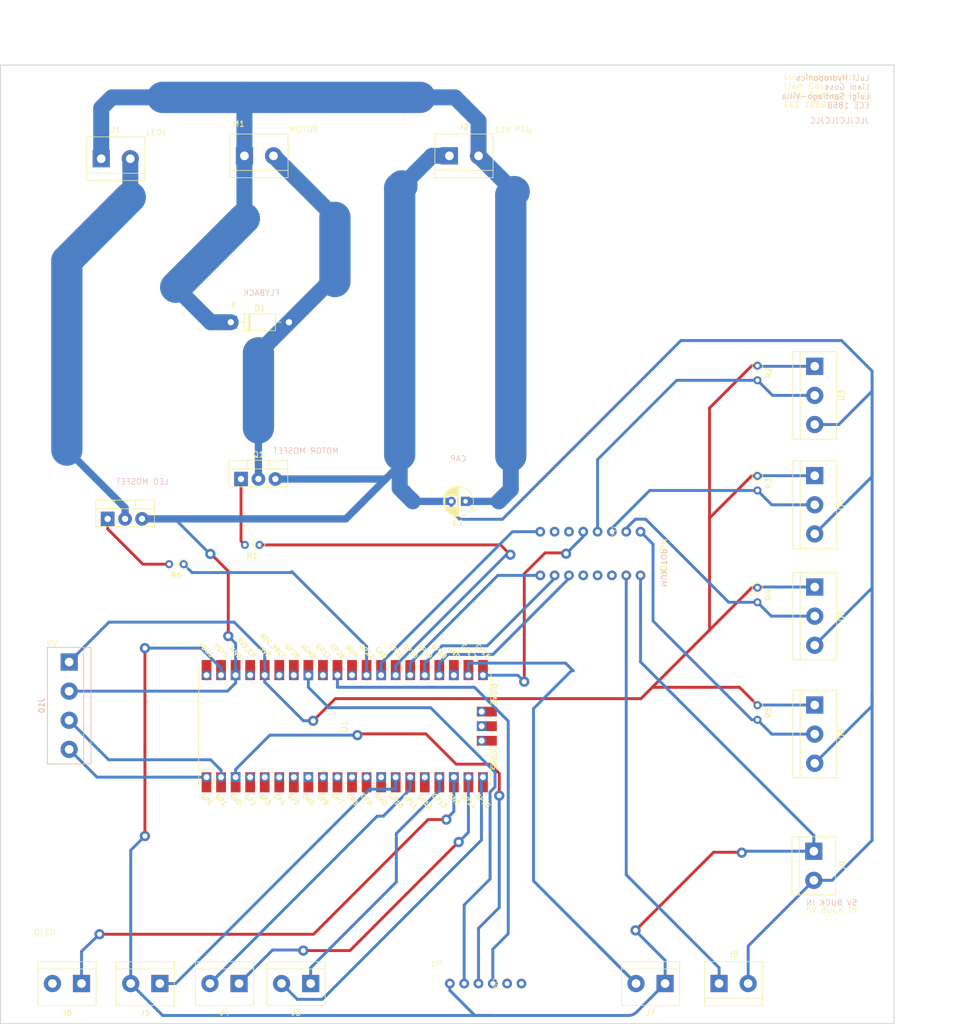
<source format=kicad_pcb>
(kicad_pcb (version 20240108) (generator "pcbnew") (generator_version "8.0")
  (layers (0 "F.Cu" signal) (31 "B.Cu" signal) (34 "B.Paste" user) (35 "F.Paste" user) (36 "B.SilkS" user "B.Silkscreen") (37 "F.SilkS" user "F.Silkscreen") (38 "B.Mask" user) (39 "F.Mask" user) (44 "Edge.Cuts" user))
  (net 0 "")
  (net 1 "VCC")
  (net 2 "GND")
  (net 3 "Net-(D13-K)")
  (net 4 "Net-(J3-Pin_1)")
  (net 5 "Net-(J3-Pin_2)")
  (net 6 "Net-(J4-Pin_1)")
  (net 7 "Net-(J4-Pin_2)")
  (net 8 "Net-(J5-Pin_1)")
  (net 9 "Net-(J6-Pin_1)")
  (net 11 "Net-(Q1-G)")
  (net 12 "Net-(Q2-G)")
  (net 13 "Net-(U1-GPIO21)")
  (net 14 "Net-(U2-I0)")
  (net 15 "Net-(U2-I1)")
  (net 16 "Net-(U2-I2)")
  (net 17 "Net-(U2-I3)")
  (net 19 "Net-(U1-GPIO16)")
  (net 20 "Net-(U1-AGND)")
  (net 22 "Net-(U1-GPIO20)")
  (net 23 "Net-(U1-GPIO26_ADC0)")
  (net 28 "Net-(U1-GPIO18)")
  (net 31 "Net-(U1-GPIO19)")
  (net 33 "Net-(U1-GND-Pad3)")
  (net 38 "Net-(U2-GND)")
  (net 52 "Net-(J7-Pin_2)")
  (net 53 "Net-(J8-Pin_1)")
  (net 54 "Net-(J10-Pin_4)")
  (net 56 "/5V")
  (net 57 "/3V3")
  (net 59 "Net-(D1-A)")
  (net 60 "Net-(J10-Pin_3)")
  (net 61 "Net-(U1-GPIO22)")
  (footprint "Library:PH4502C_Footprint" (layer "F.Cu") (at 103.91 175.649998 -90)
    (property "Reference" "U9")
    (property "Value" "~")
  )
  (footprint "TerminalBlock:TerminalBlock_bornier-2_P5.08mm" (layer "F.Cu") (at 143.41 175.649998)
    (property "Reference" "J8")
    (property "Value" "Screw_Terminal_01x02")
  )
  (footprint "TerminalBlock:TerminalBlock_bornier-3_P5.08mm" (layer "F.Cu") (at 160.11 87.069998 -90)
    (property "Reference" "U4")
    (property "Value" "DHT11")
  )
  (footprint "TerminalBlock:TerminalBlock_bornier-2_P5.08mm" (layer "F.Cu") (at 72.11 175.649998 180)
    (property "Reference" "J3")
    (property "Value" "Screw_Terminal_01x02")
  )
  (footprint "Resistor_THT:R_Axial_DIN0204_L3.6mm_D1.6mm_P2.54mm_Vertical" (layer "F.Cu") (at 63.17 99.149998 180)
    (property "Reference" "R1")
    (property "Value" "1.0kΩ")
  )
  (footprint "TerminalBlock:TerminalBlock_bornier-2_P5.08mm" (layer "F.Cu") (at 45.775 175.649998 180)
    (property "Reference" "J5")
    (property "Value" "Screw_Terminal_01x02")
  )
  (footprint "TerminalBlock:TerminalBlock_bornier-2_P5.08mm" (layer "F.Cu") (at 35.545 31.784198)
    (property "Reference" "J1")
    (property "Value" "Screw_Terminal_01x02")
  )
  (footprint "Package_TO_SOT_THT:TO-220-3_Vertical" (layer "F.Cu") (at 60.45 87.649998)
    (property "Reference" "Q1")
    (property "Value" "IRLZ34N")
  )
  (footprint "TerminalBlock:TerminalBlock_bornier-3_P5.08mm" (layer "F.Cu") (at 160.11 127.069998 -90)
    (property "Reference" "U6")
    (property "Value" "DHT11" (hide yes))
  )
  (footprint "TerminalBlock:TerminalBlock_bornier-2_P5.08mm" (layer "F.Cu") (at 59.61 175.649998 180)
    (property "Reference" "J4")
    (property "Value" "Screw_Terminal_01x02")
  )
  (footprint "TerminalBlock:TerminalBlock_bornier-3_P5.08mm" (layer "F.Cu") (at 160.11 67.989998 -90)
    (property "Reference" "U3")
    (property "Value" "DHT11")
  )
  (footprint "TerminalBlock:TerminalBlock_bornier-2_P5.08mm" (layer "F.Cu") (at 96.335 31.284198)
    (property "Reference" "J2")
    (property "Value" "Screw_Terminal_01x02")
  )
  (footprint "Resistor_THT:R_Axial_DIN0204_L3.6mm_D1.6mm_P2.54mm_Vertical" (layer "F.Cu") (at 49.935 102.504198 180)
    (property "Reference" "R6")
    (property "Value" "1.0kΩ")
  )
  (footprint "MCU_RaspberryPi_and_Boards:RPi_Pico_SMD_TH" (layer "F.Cu") (at 78.06 130.759998 90)
    (property "Reference" "U1")
    (property "Value" "Pico")
  )
  (footprint "Resistor_THT:R_Axial_DIN0204_L3.6mm_D1.6mm_P2.54mm_Vertical" (layer "F.Cu") (at 150.11 87.109998 -90)
    (property "Reference" "R3")
    (property "Value" "4.7kΩ")
  )
  (footprint "TerminalBlock:TerminalBlock_bornier-2_P5.08mm" (layer "F.Cu") (at 133.99 175.649998 180)
    (property "Reference" "J7")
    (property "Value" "Screw_Terminal_01x02")
  )
  (footprint "Resistor_THT:R_Axial_DIN0204_L3.6mm_D1.6mm_P2.54mm_Vertical" (layer "F.Cu") (at 150.11 106.609998 -90)
    (property "Reference" "R4")
    (property "Value" "4.7kΩ")
  )
  (footprint "Resistor_THT:R_Axial_DIN0204_L3.6mm_D1.6mm_P2.54mm_Vertical" (layer "F.Cu") (at 150.11 127.109998 -90)
    (property "Reference" "R5")
    (property "Value" "4.7kΩ")
  )
  (footprint "74ls151_footy:74LS151" (layer "F.Cu") (at 124.7 96.839998 -90)
    (property "Reference" "U2")
    (property "Value" "74LS151")
  )
  (footprint "TerminalBlock:TerminalBlock_bornier-2_P5.08mm" (layer "F.Cu") (at 32.11 175.649998 180)
    (property "Reference" "J6")
    (property "Value" "Screw_Terminal_01x02")
  )
  (footprint "TerminalBlock:TerminalBlock_bornier-2_P5.08mm" (layer "F.Cu") (at 60.545 31.284198)
    (property "Reference" "M1")
    (property "Value" "Motor_DC")
  )
  (footprint "Package_TO_SOT_THT:TO-220-3_Vertical" (layer "F.Cu") (at 37.17 94.604198)
    (property "Reference" "Q2" (hide yes))
    (property "Value" "IRLZ34N")
  )
  (footprint "TerminalBlock:TerminalBlock_bornier-2_P5.08mm" (layer "F.Cu") (at 159.95 152.569998 -90)
    (property "Reference" "J9")
    (property "Value" "Screw_Terminal_01x02")
  )
  (footprint "Diode_THT:D_DO-41_SOD81_P10.16mm_Horizontal" (layer "F.Cu") (at 58.165 60.304198)
    (property "Reference" "D1")
    (property "Value" "1N4001")
  )
  (footprint "Resistor_THT:R_Axial_DIN0204_L3.6mm_D1.6mm_P2.54mm_Vertical" (layer "F.Cu") (at 150.11 67.889998 -90)
    (property "Reference" "R2")
    (property "Value" "4.7kΩ")
  )
  (footprint "Capacitor_THT:CP_Radial_D5.0mm_P2.50mm" (layer "F.Cu") (at 99.1551 91.549998 180)
    (property "Reference" "C1")
    (property "Value" "220µF")
  )
  (footprint "TerminalBlock:TerminalBlock_bornier-3_P5.08mm" (layer "F.Cu") (at 160.11 106.489998 -90)
    (property "Reference" "U5")
    (property "Value" "DHT11")
  )
  (footprint "TerminalBlock:TerminalBlock_bornier-4_P5.08mm" (layer "B.Cu") (at 29.95 119.569998 -90)
    (property "Reference" "J10")
    (property "Value" "Screw_Terminal_01x05")
  )
  (gr_rect (start 17.95 15.45) (end 173.95 182.65) (stroke (width 0.15)) (fill none) (layer "Edge.Cuts"))
  (gr_text "5V BUCK IN" (at 167.6 162.15 0) (layer "B.SilkS") (effects (font (size 1 1) (thickness 0.1)) (justify left bottom mirror)))
  (gr_text "LuLi Hydroponics\nLiam Goss\nLuigi Santiago-Villa\nECE 186B" (at 169.75 23.075 0) (layer "B.SilkS") (effects (font (size 1 1) (thickness 0.1)) (justify left bottom mirror)))
  (gr_text "MOTOR MOSFET" (at 77.075 83.325 0) (layer "B.SilkS") (effects (font (size 1 1) (thickness 0.1)) (justify left bottom mirror)))
  (gr_text "JLCJLCJLCJLC" (at 169.65 25.7 0) (layer "B.SilkS") (effects (font (size 1 1) (thickness 0.1)) (justify left bottom mirror)))
  (gr_text "FLYBACK" (at 66.75 55.75 0) (layer "B.SilkS") (effects (font (size 1 1) (thickness 0.1)) (justify left bottom mirror)))
  (gr_text "MUX TOP" (at 133.15 106.55 -90) (layer "B.SilkS") (effects (font (size 1 1) (thickness 0.1)) (justify left bottom mirror)))
  (gr_text "CAP" (at 99.375 84.675 0) (layer "B.SilkS") (effects (font (size 1 1) (thickness 0.1)) (justify left bottom mirror)))
  (gr_text "LED MOSFET" (at 47.375 88.7 0) (layer "B.SilkS") (effects (font (size 1 1) (thickness 0.1)) (justify left bottom mirror)))
  (gr_text "pH" (at 93.1 172.65 0) (layer "F.SilkS") (effects (font (size 1 1) (thickness 0.1)) (justify left bottom)))
  (gr_text "LEDs" (at 43.335 27.784198 0) (layer "F.SilkS") (effects (font (size 1 1) (thickness 0.1)) (justify left bottom)))
  (gr_text "OLED" (at 23.725 167.275 0) (layer "F.SilkS") (effects (font (size 1 1) (thickness 0.1)) (justify left bottom)))
  (gr_text "UV" (at 25.95 116.839998 0) (layer "F.SilkS") (effects (font (size 1 1) (thickness 0.1)) (justify left bottom)))
  (gr_text "MUX TOP" (at 133.075 97.925 -90) (layer "F.SilkS") (effects (font (size 1 1)) (justify left bottom)))
  (gr_text "MOTOR" (at 68.335 27.284198 0) (layer "F.SilkS") (effects (font (size 1 1) (thickness 0.1)) (justify left bottom)))
  (gr_text "5V BUCK IN" (at 158.55 163.4 0) (layer "F.SilkS") (effects (font (size 1 1) (thickness 0.1)) (justify left bottom)))
  (gr_text "LuLi Hydroponics\nLiam Goss\nLuigi Santiago-Villa\nECE 186B" (at 154.675 22.925 0) (layer "F.SilkS") (effects (font (size 1 1) (thickness 0.1)) (justify left bottom)))
  (gr_text "12V PSU" (at 104.125 27.284198 0) (layer "F.SilkS") (effects (font (size 1 1) (thickness 0.1)) (justify left bottom)))
  (segment (start 99.155 91.549998) (end 99.1551 91.549998) (width 1.27) (layer "B.Cu") (net 1))
  (segment (start 48.545 54.204198) (end 60.545 42.204198) (width 5.461) (layer "B.Cu") (net 1))
  (segment (start 107.05 83.655098) (end 107.05 38.119198) (width 5.461) (layer "B.Cu") (net 1))
  (segment (start 58.165 60.304198) (end 54.645 60.304198) (width 2.794) (layer "B.Cu") (net 1))
  (segment (start 101.415 31.284198) (end 101.415 25.194198) (width 2.794) (layer "B.Cu") (net 1))
  (segment (start 60.545 21.324198) (end 60.305 21.084198) (width 0.508) (layer "B.Cu") (net 1))
  (segment (start 35.545 22.944198) (end 35.545 31.784198) (width 2.794) (layer "B.Cu") (net 1))
  (segment (start 101.415 25.194198) (end 97.305 21.084198) (width 2.794) (layer "B.Cu") (net 1))
  (segment (start 104.95 91.549998) (end 107.05 89.449998) (width 2.794) (layer "B.Cu") (net 1))
  (segment (start 107.05 38.119198) (end 107.65 37.519198) (width 5.461) (layer "B.Cu") (net 1))
  (segment (start 91.215 21.084198) (end 88.505 21.084198) (width 2.794) (layer "B.Cu") (net 1))
  (segment (start 46.245 21.084198) (end 60.305 21.084198) (width 5.461) (layer "B.Cu") (net 1))
  (segment (start 101.415 31.284198) (end 101.415 31.874198) (width 1.27) (layer "B.Cu") (net 1))
  (segment (start 54.645 60.304198) (end 48.545 54.204198) (width 2.794) (layer "B.Cu") (net 1))
  (segment (start 46.245 21.084198) (end 37.805 21.084198) (width 2.794) (layer "B.Cu") (net 1))
  (segment (start 99.1551 91.549998) (end 104.95 91.549998) (width 1.27) (layer "B.Cu") (net 1))
  (segment (start 60.545 42.204198) (end 60.545 31.284198) (width 2.794) (layer "B.Cu") (net 1))
  (segment (start 107.05 89.449998) (end 107.05 83.655098) (width 2.794) (layer "B.Cu") (net 1))
  (segment (start 60.545 31.284198) (end 60.545 21.324198) (width 2.794) (layer "B.Cu") (net 1))
  (segment (start 60.305 21.084198) (end 88.505 21.084198) (width 5.461) (layer "B.Cu") (net 1))
  (segment (start 37.805 21.084198) (end 37.405 21.084198) (width 0.508) (layer "B.Cu") (net 1))
  (segment (start 97.305 21.084198) (end 91.215 21.084198) (width 2.794) (layer "B.Cu") (net 1))
  (segment (start 88.505 21.084198) (end 91.215 21.084198) (width 5.461) (layer "B.Cu") (net 1))
  (segment (start 37.405 21.084198) (end 35.545 22.944198) (width 2.794) (layer "B.Cu") (net 1))
  (segment (start 107.05 83.655098) (end 107.268 83.437398) (width 0.508) (layer "B.Cu") (net 1))
  (segment (start 101.415 31.284198) (end 107.65 37.519198) (width 2.794) (layer "B.Cu") (net 1))
  (segment (start 30.6243 123.976198) (end 29.95 124.650198) (width 0.508) (layer "F.Cu") (net 2))
  (segment (start 54.6 100.6) (end 54.85 100.85) (width 0.508) (layer "F.Cu") (net 2))
  (segment (start 57.725 103.725) (end 54.725 100.725) (width 0.508) (layer "F.Cu") (net 2))
  (segment (start 57.725 115.05) (end 57.725 103.725) (width 0.508) (layer "F.Cu") (net 2))
  (segment (start 54.725 100.725) (end 54.6 100.725) (width 0.508) (layer "F.Cu") (net 2))
  (segment (start 54.6 100.725) (end 54.6 100.6) (width 0.508) (layer "F.Cu") (net 2))
  (via (at 57.725 115.05) (size 1.778) (drill 0.889) (layers "F.Cu" "B.Cu") (net 2))
  (via (at 54.6 100.725) (size 1.778) (drill 0.889) (layers "F.Cu" "B.Cu") (net 2))
  (segment (start 87.65 36.919198) (end 88.045 36.524198) (width 5.461) (layer "B.Cu") (net 2))
  (segment (start 59.01 116.335) (end 57.725 115.05) (width 0.508) (layer "B.Cu") (net 2))
  (segment (start 65.53 87.649998) (end 85.2042 87.649998) (width 1.27) (layer "B.Cu") (net 2))
  (segment (start 59.01 121.869998) (end 59.01 116.335) (width 0.508) (layer "B.Cu") (net 2))
  (segment (start 96.6551 93.157998) (end 98.172102 94.675) (width 0.508) (layer "B.Cu") (net 2))
  (segment (start 78.25 94.604198) (end 85.2042 87.649998) (width 1.27) (layer "B.Cu") (net 2))
  (segment (start 170.125 106.634998) (end 170.125 106.6) (width 0.508) (layer "B.Cu") (net 2))
  (segment (start 170.125 72.325) (end 170.125 86.425) (width 0.508) (layer "B.Cu") (net 2))
  (segment (start 96.6551 91.549998) (end 96.6551 93.157998) (width 0.508) (layer "B.Cu") (net 2))
  (segment (start 98.172102 94.675) (end 105.574078 94.675) (width 0.508) (layer "B.Cu") (net 2))
  (segment (start 170.125 150.675) (end 163.150002 157.649998) (width 0.508) (layer "B.Cu") (net 2))
  (segment (start 170.125 87.214998) (end 170.125 86.425) (width 0.508) (layer "B.Cu") (net 2))
  (segment (start 105.574078 94.675) (end 136.75 63.499078) (width 0.508) (layer "B.Cu") (net 2))
  (segment (start 42.25 94.604198) (end 78.25 94.604198) (width 1.27) (layer "B.Cu") (net 2))
  (segment (start 170.125 125.325) (end 170.125 150.675) (width 0.508) (layer "B.Cu") (net 2))
  (segment (start 87.645 85.199198) (end 87.65 85.204198) (width 0.508) (layer "B.Cu") (net 2))
  (segment (start 160.11 78.149998) (end 164.300002 78.149998) (width 0.508) (layer "B.Cu") (net 2))
  (segment (start 57.588 124.649998) (end 29.95 124.649998) (width 0.508) (layer "B.Cu") (net 2))
  (segment (start 59.01 121.869998) (end 59.01 123.227998) (width 0.508) (layer "B.Cu") (net 2))
  (segment (start 89.95 91.549998) (end 96.655 91.549998) (width 1.27) (layer "B.Cu") (net 2))
  (segment (start 89.95 91.549998) (end 87.65 89.249998) (width 2.794) (layer "B.Cu") (net 2))
  (segment (start 93.285 31.284198) (end 88.045 36.524198) (width 2.794) (layer "B.Cu") (net 2))
  (segment (start 54.6 100.725) (end 54.525 100.725) (width 0.508) (layer "B.Cu") (net 2))
  (segment (start 148.49 175.650198) (end 148.49 175.649998) (width 0.508) (layer "B.Cu") (net 2))
  (segment (start 87.65 83.449998) (end 87.65 36.919198) (width 5.461) (layer "B.Cu") (net 2))
  (segment (start 170.125 86.425) (end 170.125 106.6) (width 0.508) (layer "B.Cu") (net 2))
  (segment (start 170.125 127.214998) (end 170.125 125.325) (width 0.508) (layer "B.Cu") (net 2))
  (segment (start 97.085 32.034198) (end 96.335 31.284198) (width 0.508) (layer "B.Cu") (net 2))
  (segment (start 148.49 169.109998) (end 159.95 157.649998) (width 0.508) (layer "B.Cu") (net 2))
  (segment (start 160.11 137.229998) (end 170.125 127.214998) (width 0.508) (layer "B.Cu") (net 2))
  (segment (start 87.65 89.249998) (end 87.65 85.204198) (width 2.794) (layer "B.Cu") (net 2))
  (segment (start 164.799078 63.499078) (end 165.525 64.225) (width 0.508) (layer "B.Cu") (net 2))
  (segment (start 165.525 64.225) (end 169.4375 68.1375) (width 0.508) (layer "B.Cu") (net 2))
  (segment (start 85.2042 87.649998) (end 87.65 85.204198) (width 1.27) (layer "B.Cu") (net 2))
  (segment (start 169.4375 68.1375) (end 170.125 68.825) (width 0.508) (layer "B.Cu") (net 2))
  (segment (start 163.150002 157.649998) (end 159.95 157.649998) (width 0.508) (layer "B.Cu") (net 2))
  (segment (start 164.300002 78.149998) (end 170.125 72.325) (width 0.508) (layer "B.Cu") (net 2))
  (segment (start 160.11 116.649998) (end 170.125 106.634998) (width 0.508) (layer "B.Cu") (net 2))
  (segment (start 42.25 94.604198) (end 50.2721 94.604198) (width 0.508) (layer "B.Cu") (net 2))
  (segment (start 59.01 123.227998) (end 57.588 124.649998) (width 0.508) (layer "B.Cu") (net 2))
  (segment (start 148.49 175.649998) (end 148.49 169.109998) (width 0.508) (layer "B.Cu") (net 2))
  (segment (start 136.75 63.499078) (end 164.799078 63.499078) (width 0.508) (layer "B.Cu") (net 2))
  (segment (start 170.125 106.6) (end 170.125 125.325) (width 0.508) (layer "B.Cu") (net 2))
  (segment (start 170.125 68.825) (end 170.125 72.325) (width 0.508) (layer "B.Cu") (net 2))
  (segment (start 160.11 137.230198) (end 160.11 137.229998) (width 2.9998) (layer "B.Cu") (net 2))
  (segment (start 155.598 162.002198) (end 155.598 162.001998) (width 0.508) (layer "B.Cu") (net 2))
  (segment (start 54.525 100.725) (end 48.404198 94.604198) (width 0.508) (layer "B.Cu") (net 2))
  (segment (start 96.335 31.284198) (end 93.285 31.284198) (width 2.794) (layer "B.Cu") (net 2))
  (segment (start 48.404198 94.604198) (end 42.25 94.604198) (width 0.508) (layer "B.Cu") (net 2))
  (segment (start 87.65 85.204198) (end 87.65 83.449998) (width 1.27) (layer "B.Cu") (net 2))
  (segment (start 160.11 97.229998) (end 170.125 87.214998) (width 0.508) (layer "B.Cu") (net 2))
  (segment (start 29.545 49.584198) (end 40.625 38.504198) (width 5.461) (layer "B.Cu") (net 3))
  (segment (start 39.71 92.683698) (end 29.6305 82.604198) (width 1.27) (layer "B.Cu") (net 3))
  (segment (start 40.705 38.584198) (end 40.625 38.504198) (width 0.508) (layer "B.Cu") (net 3))
  (segment (start 29.545 82.604198) (end 29.545 49.584198) (width 5.461) (layer "B.Cu") (net 3))
  (segment (start 40.625 31.784198) (end 40.625 38.504198) (width 2.794) (layer "B.Cu") (net 3))
  (segment (start 39.71 94.604198) (end 39.71 92.683698) (width 1.27) (layer "B.Cu") (net 3))
  (segment (start 29.6305 82.604198) (end 29.545 82.604198) (width 0.508) (layer "B.Cu") (net 3))
  (segment (start 94.57 139.650198) (end 94.57 139.649998) (width 0.508) (layer "F.Cu") (net 4))
  (segment (start 87.0679 149.482198) (end 94.57 141.980098) (width 0.508) (layer "B.Cu") (net 4))
  (segment (start 72.11 175.650198) (end 72.11 175.649998) (width 0.508) (layer "B.Cu") (net 4))
  (segment (start 72.11 172.894198) (end 87.0679 157.936198) (width 0.508) (layer "B.Cu") (net 4))
  (segment (start 94.57 141.980098) (end 94.57 139.649998) (width 0.508) (layer "B.Cu") (net 4))
  (segment (start 72.11 175.649998) (end 72.11 172.894198) (width 0.508) (layer "B.Cu") (net 4))
  (segment (start 87.0679 157.936198) (end 87.0679 149.482198) (width 0.508) (layer "B.Cu") (net 4))
  (segment (start 67.03 175.650198) (end 67.03 175.649998) (width 0.508) (layer "B.Cu") (net 5))
  (segment (start 102.19 139.650198) (end 101.924 139.916198) (width 0.508) (layer "B.Cu") (net 5))
  (segment (start 101.924 150.624198) (end 74.1423 178.406198) (width 0.508) (layer "B.Cu") (net 5))
  (segment (start 69.7857 178.406198) (end 67.03 175.650198) (width 0.508) (layer "B.Cu") (net 5))
  (segment (start 101.924 139.916198) (end 101.924 150.624198) (width 0.508) (layer "B.Cu") (net 5))
  (segment (start 74.1423 178.406198) (end 69.7857 178.406198) (width 0.508) (layer "B.Cu") (net 5))
  (segment (start 102.19 139.650198) (end 102.19 139.649998) (width 0.508) (layer "B.Cu") (net 5))
  (segment (start 78.975 169.9) (end 97.9 150.975) (width 0.508) (layer "F.Cu") (net 6))
  (segment (start 70.825 169.9) (end 78.975 169.9) (width 0.508) (layer "F.Cu") (net 6))
  (segment (start 97.95 150.975) (end 97.95 150.925) (width 0.508) (layer "F.Cu") (net 6))
  (segment (start 97.9 150.975) (end 97.95 150.975) (width 0.508) (layer "F.Cu") (net 6))
  (segment (start 97.95 150.925) (end 97.8 151.075) (width 0.508) (layer "F.Cu") (net 6))
  (via (at 97.95 150.975) (size 1.778) (drill 0.889) (layers "F.Cu" "B.Cu") (net 6))
  (via (at 70.825 169.9) (size 1.778) (drill 0.889) (layers "F.Cu" "B.Cu") (net 6))
  (segment (start 97.95 150.975) (end 99.65 149.275) (width 0.508) (layer "B.Cu") (net 6))
  (segment (start 70.55 169.8) (end 70.825 169.9) (width 0.508) (layer "B.Cu") (net 6))
  (segment (start 59.61 175.649998) (end 65.459998 169.8) (width 0.508) (layer "B.Cu") (net 6))
  (segment (start 65.459998 169.8) (end 70.55 169.8) (width 0.508) (layer "B.Cu") (net 6))
  (segment (start 99.65 149.275) (end 99.65 139.649998) (width 0.508) (layer "B.Cu") (net 6))
  (segment (start 70.825 169.9) (end 70.75 169.8) (width 0.508) (layer "B.Cu") (net 6))
  (segment (start 59.61 175.649998) (end 59.61 175.650198) (width 0.508) (layer "B.Cu") (net 6))
  (segment (start 70.75 169.8) (end 70.65 169.8) (width 0.508) (layer "B.Cu") (net 6))
  (segment (start 56.07 174.110198) (end 56.0698 174.110198) (width 0.508) (layer "B.Cu") (net 7))
  (segment (start 54.53 175.650198) (end 56.07 174.110198) (width 0.508) (layer "B.Cu") (net 7))
  (segment (start 89.49 139.649998) (end 89.49 139.650198) (width 0.508) (layer "B.Cu") (net 7))
  (segment (start 56.0698 174.110198) (end 54.53 175.649998) (width 0.508) (layer "B.Cu") (net 7))
  (segment (start 83.7277 146.452198) (end 84.7934 146.452198) (width 0.508) (layer "B.Cu") (net 7))
  (segment (start 56.07 174.110198) (end 83.7277 146.452198) (width 0.508) (layer "B.Cu") (net 7))
  (segment (start 89.49 141.756198) (end 89.49 139.650198) (width 0.508) (layer "B.Cu") (net 7))
  (segment (start 84.7934 146.452198) (end 89.49 141.756198) (width 0.508) (layer "B.Cu") (net 7))
  (segment (start 45.7752 175.650198) (end 45.775 175.649998) (width 0.508) (layer "B.Cu") (net 8))
  (segment (start 82.425 141.756198) (end 48.5307 175.650198) (width 0.508) (layer "B.Cu") (net 8))
  (segment (start 86.95 141.756198) (end 82.425 141.756198) (width 0.508) (layer "B.Cu") (net 8))
  (segment (start 45.7752 175.650198) (end 45.775 175.650198) (width 0.508) (layer "B.Cu") (net 8))
  (segment (start 86.95 139.650198) (end 86.95 141.756198) (width 0.508) (layer "B.Cu") (net 8))
  (segment (start 86.95 139.650198) (end 86.95 139.649998) (width 0.508) (layer "B.Cu") (net 8))
  (segment (start 48.5307 175.650198) (end 45.7752 175.650198) (width 0.508) (layer "B.Cu") (net 8))
  (segment (start 97.11 139.650198) (end 97.11 139.649998) (width 0.508) (layer "F.Cu") (net 9))
  (segment (start 35.25 167.05) (end 72.609247 167.05) (width 0.508) (layer "F.Cu") (net 9))
  (segment (start 32.1102 175.650198) (end 32.11 175.650198) (width 0.508) (layer "F.Cu") (net 9))
  (segment (start 95.8 147.05) (end 92.609247 147.05) (width 0.508) (layer "F.Cu") (net 9))
  (segment (start 92.609247 147.05) (end 72.609247 167.05) (width 0.508) (layer "F.Cu") (net 9))
  (segment (start 32.1102 175.650198) (end 32.11 175.649998) (width 0.508) (layer "F.Cu") (net 9))
  (via (at 35.25 167.05) (size 1.778) (drill 0.889) (layers "F.Cu" "B.Cu") (net 9))
  (via (at 95.8 147.05) (size 1.778) (drill 0.889) (layers "F.Cu" "B.Cu") (net 9))
  (segment (start 95.8 147.05) (end 95.7 147.05) (width 0.508) (layer "B.Cu") (net 9))
  (segment (start 95.8 146.95) (end 95.8 147.05) (width 0.508) (layer "B.Cu") (net 9))
  (segment (start 97.11 145.64) (end 95.8 146.95) (width 0.508) (layer "B.Cu") (net 9))
  (segment (start 32.11 175.649998) (end 32.11 170.04) (width 0.508) (layer "B.Cu") (net 9))
  (segment (start 97.11 139.649998) (end 97.11 145.64) (width 0.508) (layer "B.Cu") (net 9))
  (segment (start 35.25 167.05) (end 34.925 167.225) (width 0.508) (layer "B.Cu") (net 9))
  (segment (start 32.11 170.04) (end 35.25 167.05) (width 0.508) (layer "B.Cu") (net 9))
  (segment (start 95.7 147.05) (end 95.75 147) (width 0.508) (layer "B.Cu") (net 9))
  (segment (start 59.95 87.649998) (end 59.95 98.469998) (width 0.508) (layer "F.Cu") (net 11))
  (segment (start 59.95 98.469998) (end 60.63 99.149998) (width 0.508) (layer "F.Cu") (net 11))
  (segment (start 60.45 87.649998) (end 60.63 87.829998) (width 0.508) (layer "B.Cu") (net 11))
  (segment (start 60.45 98.969998) (end 60.63 99.149998) (width 0.508) (layer "B.Cu") (net 11))
  (segment (start 36.67 96.359898) (end 36.67 94.604198) (width 0.508) (layer "F.Cu") (net 12))
  (segment (start 42.8143 102.504198) (end 47.395 102.504198) (width 0.508) (layer "F.Cu") (net 12))
  (segment (start 42.8143 102.504198) (end 36.67 96.359898) (width 0.508) (layer "F.Cu") (net 12))
  (segment (start 105.274998 99.149998) (end 106.975 100.85) (width 0.508) (layer "F.Cu") (net 13))
  (segment (start 63.17 99.149998) (end 105.274998 99.149998) (width 0.508) (layer "F.Cu") (net 13))
  (via (at 106.975 100.85) (size 1.778) (drill 0.889) (layers "F.Cu" "B.Cu") (net 13))
  (segment (start 106.625 100.775) (end 106.975 100.85) (width 0.508) (layer "B.Cu") (net 13))
  (segment (start 86.95 120.171564) (end 106.346564 100.775) (width 0.508) (layer "B.Cu") (net 13))
  (segment (start 86.95 121.869998) (end 86.95 120.171564) (width 0.508) (layer "B.Cu") (net 13))
  (segment (start 106.975 100.85) (end 106.775 100.775) (width 0.508) (layer "B.Cu") (net 13))
  (segment (start 106.775 100.775) (end 106.7 100.775) (width 0.508) (layer "B.Cu") (net 13))
  (segment (start 106.346564 100.775) (end 106.625 100.775) (width 0.508) (layer "B.Cu") (net 13))
  (segment (start 160.11 73.069998) (end 152.75 73.069998) (width 0.508) (layer "B.Cu") (net 14))
  (segment (start 122.2 84.249198) (end 122.2 96.839998) (width 0.508) (layer "B.Cu") (net 14))
  (segment (start 150.11 70.429998) (end 136.0192 70.429998) (width 0.508) (layer "B.Cu") (net 14))
  (segment (start 136.0192 70.429998) (end 122.2 84.249198) (width 0.508) (layer "B.Cu") (net 14))
  (segment (start 152.75 73.069998) (end 150.11 70.429998) (width 0.508) (layer "B.Cu") (net 14))
  (segment (start 150.11 89.649998) (end 131.308429 89.649998) (width 0.508) (layer "B.Cu") (net 15))
  (segment (start 152.61 92.149998) (end 150.11 89.649998) (width 0.508) (layer "B.Cu") (net 15))
  (segment (start 131.308429 89.649998) (end 124.7 96.258427) (width 0.508) (layer "B.Cu") (net 15))
  (segment (start 124.7 96.258427) (end 124.7 96.839998) (width 0.508) (layer "B.Cu") (net 15))
  (segment (start 160.11 92.149998) (end 152.61 92.149998) (width 0.508) (layer "B.Cu") (net 15))
  (segment (start 160.1098 111.570198) (end 160.11 111.570198) (width 0.508) (layer "F.Cu") (net 16))
  (segment (start 160.1098 111.570198) (end 160.11 111.569998) (width 0.508) (layer "F.Cu") (net 16))
  (segment (start 150.1098 109.150198) (end 150.11 109.149998) (width 0.508) (layer "F.Cu") (net 16))
  (segment (start 127.2 96.839998) (end 127.2 97.365998) (width 0.508) (layer "F.Cu") (net 16))
  (segment (start 145.091571 109.149998) (end 130.602571 94.660998) (width 0.508) (layer "B.Cu") (net 16))
  (segment (start 128.797429 94.660998) (end 127.2 96.258427) (width 0.508) (layer "B.Cu") (net 16))
  (segment (start 160.11 111.569998) (end 152.53 111.569998) (width 0.508) (layer "B.Cu") (net 16))
  (segment (start 152.53 111.569998) (end 150.11 109.149998) (width 0.508) (layer "B.Cu") (net 16))
  (segment (start 150.11 109.149998) (end 145.091571 109.149998) (width 0.508) (layer "B.Cu") (net 16))
  (segment (start 130.602571 94.660998) (end 128.797429 94.660998) (width 0.508) (layer "B.Cu") (net 16))
  (segment (start 127.2 96.258427) (end 127.2 96.839998) (width 0.508) (layer "B.Cu") (net 16))
  (segment (start 160.1098 132.150198) (end 160.11 132.149998) (width 0.508) (layer "F.Cu") (net 17))
  (segment (start 160.1098 132.150198) (end 160.11 132.150198) (width 0.508) (layer "F.Cu") (net 17))
  (segment (start 150.1102 129.650198) (end 150.11 129.649998) (width 0.508) (layer "F.Cu") (net 17))
  (segment (start 150.11 129.650198) (end 150.1102 129.650198) (width 0.508) (layer "F.Cu") (net 17))
  (segment (start 131.879 112.408947) (end 131.879 99.018998) (width 0.508) (layer "B.Cu") (net 17))
  (segment (start 150.11 129.649998) (end 149.120051 129.649998) (width 0.508) (layer "B.Cu") (net 17))
  (segment (start 131.879 99.018998) (end 129.7 96.839998) (width 0.508) (layer "B.Cu") (net 17))
  (segment (start 150.1098 129.650198) (end 150.11 129.649998) (width 0.508) (layer "B.Cu") (net 17))
  (segment (start 149.120051 129.649998) (end 131.879 112.408947) (width 0.508) (layer "B.Cu") (net 17))
  (segment (start 160.11 132.149998) (end 152.61 132.149998) (width 0.508) (layer "B.Cu") (net 17))
  (segment (start 150.11 129.650198) (end 150.1098 129.650198) (width 0.508) (layer "B.Cu") (net 17))
  (segment (start 152.61 132.149998) (end 150.11 129.649998) (width 0.508) (layer "B.Cu") (net 17))
  (segment (start 116.532 100.534198) (end 116.391198 100.534198) (width 0.508) (layer "F.Cu") (net 19))
  (segment (start 116.7 100.675) (end 116.672802 100.534198) (width 0.508) (layer "F.Cu") (net 19))
  (segment (start 119.7 96.839998) (end 119.7 97.365998) (width 0.508) (layer "F.Cu") (net 19))
  (segment (start 116.391198 100.534198) (end 116.7 100.675) (width 0.508) (layer "F.Cu") (net 19))
  (segment (start 102.19 121.869998) (end 102.19 121.870198) (width 0.508) (layer "F.Cu") (net 19))
  (segment (start 113.044229 100.534198) (end 109.4 104.178427) (width 0.508) (layer "F.Cu") (net 19))
  (segment (start 116.672802 100.534198) (end 113.044229 100.534198) (width 0.508) (layer "F.Cu") (net 19))
  (segment (start 109.4 104.178427) (end 109.4 123) (width 0.508) (layer "F.Cu") (net 19))
  (via (at 116.7 100.675) (size 1.778) (drill 0.889) (layers "F.Cu" "B.Cu") (net 19))
  (via (at 109.4 123) (size 1.778) (drill 0.889) (layers "F.Cu" "B.Cu") (net 19))
  (segment (start 108.269998 121.869998) (end 109.4 123) (width 0.508) (layer "B.Cu") (net 19))
  (segment (start 102.19 121.869998) (end 108.269998 121.869998) (width 0.508) (layer "B.Cu") (net 19))
  (segment (start 119.7 97.675) (end 119.7 96.839998) (width 0.508) (layer "B.Cu") (net 19))
  (segment (start 116.7 100.675) (end 119.7 97.675) (width 0.508) (layer "B.Cu") (net 19))
  (segment (start 98.91 175.649998) (end 98.91 175.650198) (width 0.508) (layer "B.Cu") (net 20))
  (segment (start 75.2694 127.535198) (end 93.055 127.535198) (width 0.508) (layer "B.Cu") (net 20))
  (segment (start 104.301 141.360198) (end 103.434 142.228198) (width 0.508) (layer "B.Cu") (net 20))
  (segment (start 104.301 138.781198) (end 104.301 141.360198) (width 0.508) (layer "B.Cu") (net 20))
  (segment (start 103.434 142.228198) (end 103.434 157.422198) (width 0.508) (layer "B.Cu") (net 20))
  (segment (start 98.91 161.946198) (end 98.91 175.649998) (width 0.508) (layer "B.Cu") (net 20))
  (segment (start 71.71 121.870198) (end 71.71 121.869998) (width 0.508) (layer "B.Cu") (net 20))
  (segment (start 71.71 121.870198) (end 71.71 123.976198) (width 0.508) (layer "B.Cu") (net 20))
  (segment (start 93.055 127.535198) (end 104.301 138.781198) (width 0.508) (layer "B.Cu") (net 20))
  (segment (start 71.71 123.976198) (end 75.2694 127.535198) (width 0.508) (layer "B.Cu") (net 20))
  (segment (start 103.434 157.422198) (end 98.91 161.946198) (width 0.508) (layer "B.Cu") (net 20))
  (segment (start 104.794 104.460198) (end 89.49 119.764198) (width 0.508) (layer "B.Cu") (net 22))
  (segment (start 112.1998 104.460198) (end 112.2 104.459998) (width 0.508) (layer "B.Cu") (net 22))
  (segment (start 112.1998 104.460198) (end 104.794 104.460198) (width 0.508) (layer "B.Cu") (net 22))
  (segment (start 89.49 121.870198) (end 89.49 121.869998) (width 0.508) (layer "B.Cu") (net 22))
  (segment (start 89.49 119.764198) (end 89.49 121.869998) (width 0.508) (layer "B.Cu") (net 22))
  (segment (start 112.2 104.460198) (end 112.1998 104.460198) (width 0.508) (layer "B.Cu") (net 22))
  (segment (start 103.91 175.649998) (end 103.91 175.650198) (width 0.508) (layer "B.Cu") (net 23))
  (segment (start 76.79 121.870198) (end 76.79 121.869998) (width 0.508) (layer "B.Cu") (net 23))
  (segment (start 76.79 123.976198) (end 100.713 123.976198) (width 0.508) (layer "B.Cu") (net 23))
  (segment (start 100.713 123.976198) (end 106.599 129.862198) (width 0.508) (layer "B.Cu") (net 23))
  (segment (start 106.599 166.969198) (end 103.91 169.658198) (width 0.508) (layer "B.Cu") (net 23))
  (segment (start 106.599 129.862198) (end 106.599 166.969198) (width 0.508) (layer "B.Cu") (net 23))
  (segment (start 76.79 121.870198) (end 76.79 123.976198) (width 0.508) (layer "B.Cu") (net 23))
  (segment (start 103.91 169.658198) (end 103.91 175.649998) (width 0.508) (layer "B.Cu") (net 23))
  (segment (start 94.57 121.869998) (end 94.57 121.870198) (width 0.508) (layer "B.Cu") (net 28))
  (segment (start 103.934 118.251198) (end 96.083 118.251198) (width 0.508) (layer "B.Cu") (net 28))
  (segment (start 94.57 119.764198) (end 94.57 121.869998) (width 0.508) (layer "B.Cu") (net 28))
  (segment (start 117.2 104.460198) (end 117.2 104.986198) (width 0.508) (layer "B.Cu") (net 28))
  (segment (start 117.2 104.986198) (end 103.934 118.251198) (width 0.508) (layer "B.Cu") (net 28))
  (segment (start 96.083 118.251198) (end 94.57 119.764198) (width 0.508) (layer "B.Cu") (net 28))
  (segment (start 117.2 104.460198) (end 117.2 104.459998) (width 0.508) (layer "B.Cu") (net 28))
  (segment (start 114.7 104.967198) (end 102.926 116.742198) (width 0.508) (layer "B.Cu") (net 31))
  (segment (start 92.03 121.869998) (end 92.03 121.870198) (width 0.508) (layer "B.Cu") (net 31))
  (segment (start 92.03 119.764198) (end 92.03 121.869998) (width 0.508) (layer "B.Cu") (net 31))
  (segment (start 95.052 116.742198) (end 92.03 119.764198) (width 0.508) (layer "B.Cu") (net 31))
  (segment (start 114.7 104.460198) (end 114.7 104.459998) (width 0.508) (layer "B.Cu") (net 31))
  (segment (start 102.926 116.742198) (end 95.052 116.742198) (width 0.508) (layer "B.Cu") (net 31))
  (segment (start 114.7 104.460198) (end 114.7 104.967198) (width 0.508) (layer "B.Cu") (net 31))
  (segment (start 92.225 132.1) (end 80.5 132.1) (width 0.508) (layer "F.Cu") (net 33))
  (segment (start 80.5 132.1) (end 80.275 132.325) (width 0.508) (layer "F.Cu") (net 33))
  (segment (start 103.4108 137.385998) (end 97.510998 137.385998) (width 0.508) (layer "F.Cu") (net 33))
  (segment (start 103.569 137.544198) (end 105.03 139.005198) (width 0.508) (layer "F.Cu") (net 33))
  (segment (start 59.01 139.650198) (end 59.01 139.649998) (width 0.508) (layer "F.Cu") (net 33))
  (segment (start 97.510998 137.385998) (end 92.225 132.1) (width 0.508) (layer "F.Cu") (net 33))
  (segment (start 80.275 132.325) (end 80.325 132.275) (width 0.508) (layer "F.Cu") (net 33))
  (segment (start 103.569 137.544198) (end 103.4108 137.385998) (width 0.508) (layer "F.Cu") (net 33))
  (segment (start 105.03 139.005198) (end 105.03 142.872198) (width 0.508) (layer "F.Cu") (net 33))
  (via (at 105.03 142.872198) (size 1.778) (drill 0.889) (layers "F.Cu" "B.Cu") (net 33))
  (via (at 80.275 132.325) (size 1.778) (drill 0.889) (layers "F.Cu" "B.Cu") (net 33))
  (segment (start 64.976998 132.325) (end 80.275 132.325) (width 0.508) (layer "B.Cu") (net 33))
  (segment (start 59.01 138.291998) (end 64.976998 132.325) (width 0.508) (layer "B.Cu") (net 33))
  (segment (start 101.41 166.018198) (end 105.03 162.398198) (width 0.508) (layer "B.Cu") (net 33))
  (segment (start 101.41 175.650198) (end 101.41 175.649998) (width 0.508) (layer "B.Cu") (net 33))
  (segment (start 101.41 175.649998) (end 101.41 166.018198) (width 0.508) (layer "B.Cu") (net 33))
  (segment (start 59.01 139.649998) (end 59.01 138.291998) (width 0.508) (layer "B.Cu") (net 33))
  (segment (start 105.03 162.398198) (end 105.03 142.872198) (width 0.508) (layer "B.Cu") (net 33))
  (segment (start 84.41 119.764198) (end 84.41 121.869998) (width 0.508) (layer "B.Cu") (net 38))
  (segment (start 84.41 121.869998) (end 84.41 121.870198) (width 0.508) (layer "B.Cu") (net 38))
  (segment (start 107.334 96.839998) (end 84.41 119.764198) (width 0.508) (layer "B.Cu") (net 38))
  (segment (start 112.2 96.839998) (end 107.334 96.839998) (width 0.508) (layer "B.Cu") (net 38))
  (segment (start 119.962 166.702198) (end 119.9622 166.702198) (width 0.508) (layer "B.Cu") (net 52))
  (segment (start 99.65 119.764198) (end 116.614198 119.764198) (width 0.508) (layer "B.Cu") (net 52))
  (segment (start 111.014 157.754198) (end 119.962 166.702198) (width 0.508) (layer "B.Cu") (net 52))
  (segment (start 116.614198 119.764198) (end 117.95 121.1) (width 0.508) (layer "B.Cu") (net 52))
  (segment (start 117.95 121.1) (end 117.624198 121.1) (width 0.508) (layer "B.Cu") (net 52))
  (segment (start 117.624198 121.1) (end 111.014 127.710198) (width 0.508) (layer "B.Cu") (net 52))
  (segment (start 119.962 166.702198) (end 128.91 175.650198) (width 0.508) (layer "B.Cu") (net 52))
  (segment (start 99.65 121.870198) (end 99.65 121.869998) (width 0.508) (layer "B.Cu") (net 52))
  (segment (start 99.65 121.869998) (end 99.65 119.764198) (width 0.508) (layer "B.Cu") (net 52))
  (segment (start 119.9622 166.702198) (end 128.91 175.649998) (width 0.508) (layer "B.Cu") (net 52))
  (segment (start 111.014 127.710198) (end 111.014 157.754198) (width 0.508) (layer "B.Cu") (net 52))
  (segment (start 143.41 175.649998) (end 143.41 172.894198) (width 0.508) (layer "B.Cu") (net 53))
  (segment (start 143.41 175.650198) (end 143.41 175.649998) (width 0.508) (layer "B.Cu") (net 53))
  (segment (start 127.2 156.684198) (end 127.2 104.460198) (width 0.508) (layer "B.Cu") (net 53))
  (segment (start 143.41 172.894198) (end 127.2 156.684198) (width 0.508) (layer "B.Cu") (net 53))
  (segment (start 127.2 104.460198) (end 127.2 104.459998) (width 0.508) (layer "B.Cu") (net 53))
  (segment (start 29.95 134.810198) (end 29.95 134.809998) (width 0.508) (layer "F.Cu") (net 54))
  (segment (start 53.9298 139.650198) (end 53.93 139.649998) (width 0.508) (layer "F.Cu") (net 54))
  (segment (start 53.93 139.650198) (end 53.9298 139.650198) (width 0.508) (layer "F.Cu") (net 54))
  (segment (start 53.93 139.649998) (end 34.79 139.649998) (width 0.508) (layer "B.Cu") (net 54))
  (segment (start 34.79 139.649998) (end 29.95 134.809998) (width 0.508) (layer "B.Cu") (net 54))
  (segment (start 142.45 152.75) (end 146.9 152.75) (width 0.508) (layer "F.Cu") (net 56))
  (segment (start 133.99 175.650198) (end 133.9902 175.650198) (width 0.508) (layer "F.Cu") (net 56))
  (segment (start 40.6951 175.650098) (end 40.695 175.650198) (width 0.508) (layer "F.Cu") (net 56))
  (segment (start 128.825 166.375) (end 142.45 152.75) (width 0.508) (layer "F.Cu") (net 56))
  (segment (start 147.375 152.825) (end 147.05 152.75) (width 0.508) (layer "F.Cu") (net 56))
  (segment (start 133.9902 175.650198) (end 133.99 175.649998) (width 1.27) (layer "F.Cu") (net 56))
  (segment (start 43.175 149.925) (end 43.175 135.166675) (width 0.508) (layer "F.Cu") (net 56))
  (segment (start 159.9498 152.570198) (end 159.95 152.570198) (width 0.508) (layer "F.Cu") (net 56))
  (segment (start 147.05 152.75) (end 146.975 152.75) (width 0.508) (layer "F.Cu") (net 56))
  (segment (start 159.9498 152.570198) (end 159.95 152.569998) (width 1.27) (layer "F.Cu") (net 56))
  (segment (start 43.175 135.166675) (end 43.175 117.15) (width 0.508) (layer "F.Cu") (net 56))
  (segment (start 40.695 175.649998) (end 40.6951 175.650098) (width 1.27) (layer "F.Cu") (net 56))
  (segment (start 96.41 175.649998) (end 96.41 175.138198) (width 0.508) (layer "F.Cu") (net 56))
  (segment (start 146.9 152.75) (end 147.375 152.825) (width 0.508) (layer "F.Cu") (net 56))
  (via (at 147.375 152.825) (size 1.778) (drill 0.889) (layers "F.Cu" "B.Cu") (net 56))
  (via (at 43.175 117.15) (size 1.778) (drill 0.889) (layers "F.Cu" "B.Cu") (net 56))
  (via (at 128.825 166.375) (size 1.778) (drill 0.889) (layers "F.Cu" "B.Cu") (net 56))
  (via (at 43.175 149.925) (size 1.778) (drill 0.889) (layers "F.Cu" "B.Cu") (net 56))
  (segment (start 56.47 121.870198) (end 56.47 121.869998) (width 1.27) (layer "B.Cu") (net 56))
  (segment (start 96.41 176.852079) (end 100.782921 181.225) (width 0.508) (layer "B.Cu") (net 56))
  (segment (start 128.825 166.375) (end 128.75 166.375) (width 0.508) (layer "B.Cu") (net 56))
  (segment (start 43.175 117.15) (end 52.963782 117.15) (width 0.508) (layer "B.Cu") (net 56))
  (segment (start 147.630002 152.569998) (end 159.95 152.569998) (width 0.508) (layer "B.Cu") (net 56))
  (segment (start 129.7 104.460198) (end 129.7 119.564198) (width 0.508) (layer "B.Cu") (net 56))
  (segment (start 129.7 104.459998) (end 129.7 104.460198) (width 1.27) (layer "B.Cu") (net 56))
  (segment (start 129.000785 180.639213) (end 133.99 175.649998) (width 0.508) (layer "B.Cu") (net 56))
  (segment (start 100.782921 181.225) (end 103.65 181.225) (width 0.508) (layer "B.Cu") (net 56))
  (segment (start 133.99 171.615) (end 128.825 166.45) (width 0.508) (layer "B.Cu") (net 56))
  (segment (start 56.47 120.656218) (end 56.47 121.869998) (width 0.508) (layer "B.Cu") (net 56))
  (segment (start 96.41 175.649998) (end 96.41 176.852079) (width 0.508) (layer "B.Cu") (net 56))
  (segment (start 128.75 166.375) (end 128.75 166.375) (width 0.508) (layer "B.Cu") (net 56))
  (segment (start 40.695 152.405) (end 40.695 175.649998) (width 0.508) (layer "B.Cu") (net 56))
  (segment (start 40.695 175.649998) (end 46.270002 181.225) (width 0.508) (layer "B.Cu") (net 56))
  (segment (start 147.375 152.825) (end 147.630002 152.569998) (width 0.508) (layer "B.Cu") (net 56))
  (segment (start 128.825 166.45) (end 128.825 166.375) (width 0.508) (layer "B.Cu") (net 56))
  (segment (start 129.7 119.564198) (end 159.95 149.814198) (width 0.508) (layer "B.Cu") (net 56))
  (segment (start 159.95 152.570198) (end 159.95 152.569998) (width 0.508) (layer "B.Cu") (net 56))
  (segment (start 159.95 149.814198) (end 159.95 152.569998) (width 0.508) (layer "B.Cu") (net 56))
  (segment (start 52.963782 117.15) (end 56.47 120.656218) (width 0.508) (layer "B.Cu") (net 56))
  (segment (start 43.175 149.925) (end 40.695 152.405) (width 0.508) (layer "B.Cu") (net 56))
  (segment (start 46.270002 181.225) (end 103.65 181.225) (width 0.508) (layer "B.Cu") (net 56))
  (segment (start 40.695 175.650198) (end 40.695 175.649998) (width 0.508) (layer "B.Cu") (net 56))
  (segment (start 133.99 175.649998) (end 133.99 171.615) (width 0.508) (layer "B.Cu") (net 56))
  (segment (start 103.65 181.225) (end 127.586571 181.225) (width 0.508) (layer "B.Cu") (net 56))
  (arc (start 127.586571 181.225) (mid 128.351938 181.072759) (end 129.000785 180.639213) (width 0.508) (layer "B.Cu") (net 56))
  (segment (start 149.120051 106.609998) (end 141.635425 114.094623) (width 0.508) (layer "F.Cu") (net 57))
  (segment (start 149.0892 87.109998) (end 141.795 94.404198) (width 0.508) (layer "F.Cu") (net 57))
  (segment (start 150.21 67.989998) (end 150.11 67.889998) (width 0.508) (layer "F.Cu") (net 57))
  (segment (start 64.09 121.869998) (end 64.09 119.064198) (width 0.508) (layer "F.Cu") (net 57))
  (segment (start 72.55 129.825) (end 76.419002 125.955998) (width 0.508) (layer "F.Cu") (net 57))
  (segment (start 146.9762 123.976198) (end 131.745 123.976198) (width 0.508) (layer "F.Cu") (net 57))
  (segment (start 150.11 87.109998) (end 149.0892 87.109998) (width 0.508) (layer "F.Cu") (net 57))
  (segment (start 141.795 94.404198) (end 141.745 94.404198) (width 0.508) (layer "F.Cu") (net 57))
  (segment (start 150.11 67.889998) (end 149.120051 67.889998) (width 0.508) (layer "F.Cu") (net 57))
  (segment (start 150.15 127.069998) (end 150.11 127.109998) (width 0.508) (layer "F.Cu") (net 57))
  (segment (start 141.745 113.985048) (end 141.635425 114.094623) (width 0.508) (layer "F.Cu") (net 57))
  (segment (start 76.419002 125.955998) (end 129.774051 125.955998) (width 0.508) (layer "F.Cu") (net 57))
  (segment (start 129.774051 125.955998) (end 131.753851 123.976198) (width 0.508) (layer "F.Cu") (net 57))
  (segment (start 150.15 87.069998) (end 150.11 87.109998) (width 0.508) (layer "F.Cu") (net 57))
  (segment (start 141.745 94.404198) (end 141.745 113.985048) (width 0.508) (layer "F.Cu") (net 57))
  (segment (start 29.9502 119.570198) (end 29.95 119.570198) (width 0.508) (layer "F.Cu") (net 57))
  (segment (start 150.11 127.109998) (end 146.9762 123.976198) (width 0.508) (layer "F.Cu") (net 57))
  (segment (start 150.23 106.489998) (end 150.11 106.609998) (width 0.508) (layer "F.Cu") (net 57))
  (segment (start 131.753851 123.976198) (end 131.745 123.976198) (width 0.508) (layer "F.Cu") (net 57))
  (segment (start 141.635425 114.094623) (end 131.753851 123.976198) (width 0.508) (layer "F.Cu") (net 57))
  (segment (start 141.745 75.265049) (end 141.745 94.404198) (width 0.508) (layer "F.Cu") (net 57))
  (segment (start 150.11 106.609998) (end 149.120051 106.609998) (width 0.508) (layer "F.Cu") (net 57))
  (segment (start 149.120051 67.889998) (end 141.745 75.265049) (width 0.508) (layer "F.Cu") (net 57))
  (segment (start 29.9502 119.570198) (end 29.95 119.569998) (width 1.27) (layer "F.Cu") (net 57))
  (via (at 72.55 129.825) (size 1.778) (drill 0.889) (layers "F.Cu" "B.Cu") (net 57))
  (segment (start 150.15 127.069998) (end 150.11 127.109998) (width 0.508) (layer "B.Cu") (net 57))
  (segment (start 160.11 87.069998) (end 150.15 87.069998) (width 0.508) (layer "B.Cu") (net 57))
  (segment (start 160.11 127.069998) (end 160.11 127.070198) (width 0.508) (layer "B.Cu") (net 57))
  (segment (start 150.15 87.069998) (end 150.11 87.109998) (width 0.508) (layer "B.Cu") (net 57))
  (segment (start 150.11 127.109698) (end 150.11 127.109998) (width 1.27) (layer "B.Cu") (net 57))
  (segment (start 160.11 127.069998) (end 150.15 127.069998) (width 0.508) (layer "B.Cu") (net 57))
  (segment (start 160.11 67.989998) (end 150.21 67.989998) (width 0.508) (layer "B.Cu") (net 57))
  (segment (start 150.21 67.989998) (end 150.11 67.889998) (width 0.508) (layer "B.Cu") (net 57))
  (segment (start 29.95 119.569998) (end 36.9068 112.613198) (width 0.508) (layer "B.Cu") (net 57))
  (segment (start 70.842921 129.825) (end 72.55 129.825) (width 0.508) (layer "B.Cu") (net 57))
  (segment (start 64.09 117.951564) (end 64.09 121.869998) (width 0.508) (layer "B.Cu") (net 57))
  (segment (start 64.09 121.869998) (end 64.09 123.072079) (width 0.508) (layer "B.Cu") (net 57))
  (segment (start 150.23 106.489998) (end 150.11 106.609998) (width 0.508) (layer "B.Cu") (net 57))
  (segment (start 160.11 106.490198) (end 160.1098 106.490198) (width 0.508) (layer "B.Cu") (net 57))
  (segment (start 36.9068 112.613198) (end 58.751634 112.613198) (width 0.508) (layer "B.Cu") (net 57))
  (segment (start 72.55 129.825) (end 72.475 129.825) (width 0.508) (layer "B.Cu") (net 57))
  (segment (start 58.751634 112.613198) (end 64.09 117.951564) (width 0.508) (layer "B.Cu") (net 57))
  (segment (start 150.355 87.109998) (end 150.11 87.109998) (width 0.508) (layer "B.Cu") (net 57))
  (segment (start 160.11 106.489998) (end 150.23 106.489998) (width 0.508) (layer "B.Cu") (net 57))
  (segment (start 160.1098 106.490198) (end 160.11 106.489998) (width 1.27) (layer "B.Cu") (net 57))
  (segment (start 64.09 123.072079) (end 70.842921 129.825) (width 0.508) (layer "B.Cu") (net 57))
  (segment (start 76.345 42.004198) (end 65.625 31.284198) (width 2.794) (layer "B.Cu") (net 59))
  (segment (start 62.99 83.504198) (end 62.99 83.359198) (width 0.508) (layer "B.Cu") (net 59))
  (segment (start 76.345 53.204198) (end 76.345 42.004198) (width 5.461) (layer "B.Cu") (net 59))
  (segment (start 75.425 53.204198) (end 76.345 53.204198) (width 1.27) (layer "B.Cu") (net 59))
  (segment (start 68.325 60.304198) (end 62.99 65.639198) (width 2.794) (layer "B.Cu") (net 59))
  (segment (start 62.99 83.504198) (end 62.99 83.359198) (width 1.27) (layer "B.Cu") (net 59))
  (segment (start 68.325 60.304198) (end 75.425 53.204198) (width 2.794) (layer "B.Cu") (net 59))
  (segment (start 62.945 79.204198) (end 62.945 78.804198) (width 0.508) (layer "B.Cu") (net 59))
  (segment (start 63.045 65.694198) (end 62.99 65.639198) (width 0.508) (layer "B.Cu") (net 59))
  (segment (start 62.99 79.249198) (end 62.945 79.204198) (width 0.508) (layer "B.Cu") (net 59))
  (segment (start 62.945 78.804198) (end 62.99 78.759198) (width 0.508) (layer "B.Cu") (net 59))
  (segment (start 62.99 78.759198) (end 62.99 65.639198) (width 5.461) (layer "B.Cu") (net 59))
  (segment (start 62.99 87.649998) (end 62.99 83.504198) (width 1.27) (layer "B.Cu") (net 59))
  (segment (start 62.99 83.359198) (end 62.99 79.249198) (width 1.27) (layer "B.Cu") (net 59))
  (segment (start 62.99 83.359198) (end 63.045 83.304198) (width 0.508) (layer "B.Cu") (net 59))
  (segment (start 56.47 139.650198) (end 56.47 139.649998) (width 0.508) (layer "F.Cu") (net 60))
  (segment (start 29.95 129.729998) (end 29.95 129.730198) (width 0.508) (layer "F.Cu") (net 60))
  (segment (start 56.47 138.447917) (end 54.647083 136.625) (width 0.508) (layer "B.Cu") (net 60))
  (segment (start 54.647083 136.625) (end 36.845002 136.625) (width 0.508) (layer "B.Cu") (net 60))
  (segment (start 36.845002 136.625) (end 29.95 129.729998) (width 0.508) (layer "B.Cu") (net 60))
  (segment (start 56.47 139.649998) (end 56.47 138.447917) (width 0.508) (layer "B.Cu") (net 60))
  (segment (start 81.87 121.869998) (end 81.87 121.870198) (width 0.508) (layer "F.Cu") (net 61))
  (segment (start 49.935 102.504198) (end 51.398 103.967198) (width 0.508) (layer "B.Cu") (net 61))
  (segment (start 51.398 103.967198) (end 68.657802 103.967198) (width 0.508) (layer "B.Cu") (net 61))
  (segment (start 81.87 116.845) (end 81.87 121.869998) (width 0.508) (layer "B.Cu") (net 61))
  (segment (start 68.825 103.8) (end 81.87 116.845) (width 0.508) (layer "B.Cu") (net 61))
  (segment (start 68.657802 103.967198) (end 68.825 103.8) (width 0.508) (layer "B.Cu") (net 61))
)
</source>
